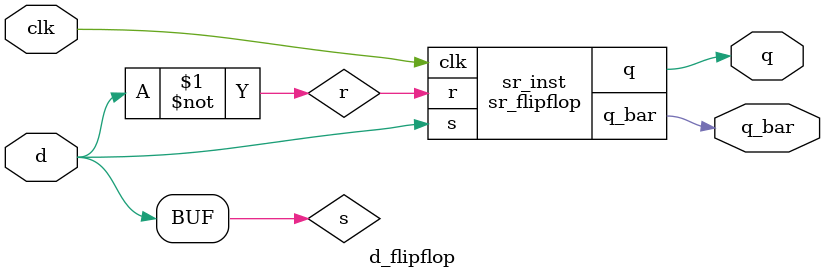
<source format=v>
`timescale 1ns / 1ps
`timescale 1ns/1ps
module sr_flipflop (
  input  s, 
  input  r,
  input  clk,
  output  q,
  output  q_bar
);
    wire s_in, r_in;

    // NAND gates for SR flip-flop inputs
  
    nand g1(s_in, s, clk);
    nand g2(r_in, r, clk);

    // SR Latch
    nand g3(q, s_in, q_bar);
    nand g4(q_bar, r_in, q);

endmodule

// Realization of D Flip-Flop using SR Flip-Flop
module d_flipflop(
  input d,
  input clk,
  output  q, 
  output q_bar
);
    wire s, r;

    // Assigning D flip-flop inputs to SR flip-flop inputs
    assign s = d;
    assign r = ~d;

    // Instantiate SR flip-flop
    sr_flipflop sr_inst (
        .s(s),
        .r(r),
        .clk(clk),
        .q(q),
        .q_bar(q_bar)
    );
  
  
  
endmodule

</source>
